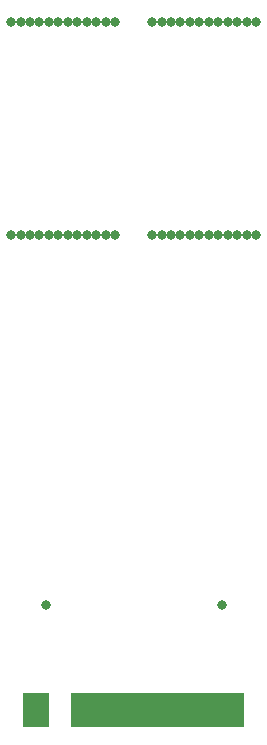
<source format=gbr>
G04 #@! TF.FileFunction,Soldermask,Bot*
%FSLAX46Y46*%
G04 Gerber Fmt 4.6, Leading zero omitted, Abs format (unit mm)*
G04 Created by KiCad (PCBNEW 4.0.7) date 05/24/18 10:42:32*
%MOMM*%
%LPD*%
G01*
G04 APERTURE LIST*
%ADD10C,0.100000*%
%ADD11C,0.800000*%
%ADD12R,0.750000X2.900000*%
%ADD13C,0.820000*%
G04 APERTURE END LIST*
D10*
D11*
X148500000Y-50110000D03*
X149300000Y-50110000D03*
X150100000Y-50110000D03*
X150900000Y-50110000D03*
X151700000Y-50110000D03*
X152500000Y-50110000D03*
X153300000Y-50110000D03*
X154100000Y-50110000D03*
X154900000Y-50110000D03*
X155700000Y-50110000D03*
X156500000Y-50110000D03*
X157300000Y-50110000D03*
X160440000Y-50110000D03*
X161240000Y-50110000D03*
X162040000Y-50110000D03*
X162840000Y-50110000D03*
X163640000Y-50110000D03*
X164440000Y-50110000D03*
X165240000Y-50110000D03*
X166040000Y-50110000D03*
X166840000Y-50110000D03*
X167640000Y-50110000D03*
X168440000Y-50110000D03*
X169240000Y-50110000D03*
X160440000Y-68110000D03*
X161240000Y-68110000D03*
X162040000Y-68110000D03*
X162840000Y-68110000D03*
X163640000Y-68110000D03*
X164440000Y-68110000D03*
X165240000Y-68110000D03*
X166040000Y-68110000D03*
X166840000Y-68110000D03*
X167640000Y-68110000D03*
X168440000Y-68110000D03*
X169240000Y-68110000D03*
X148500000Y-68110000D03*
X149300000Y-68110000D03*
X150100000Y-68110000D03*
X150900000Y-68110000D03*
X151700000Y-68110000D03*
X152500000Y-68110000D03*
X153300000Y-68110000D03*
X154100000Y-68110000D03*
X154900000Y-68110000D03*
X155700000Y-68110000D03*
X156500000Y-68110000D03*
X157300000Y-68110000D03*
D12*
X167880000Y-108360000D03*
X167380000Y-108360000D03*
X166880000Y-108360000D03*
X166380000Y-108360000D03*
X165880000Y-108360000D03*
X163380000Y-108360000D03*
X162880000Y-108360000D03*
X162380000Y-108360000D03*
X161880000Y-108360000D03*
X161380000Y-108360000D03*
X160880000Y-108360000D03*
X160380000Y-108360000D03*
X159880000Y-108360000D03*
X159380000Y-108360000D03*
X158880000Y-108360000D03*
X158380000Y-108360000D03*
X157880000Y-108360000D03*
X157380000Y-108360000D03*
X156880000Y-108360000D03*
X156380000Y-108360000D03*
X155880000Y-108360000D03*
X155380000Y-108360000D03*
X154880000Y-108360000D03*
X154380000Y-108360000D03*
X153880000Y-108360000D03*
X151380000Y-108360000D03*
X150880000Y-108360000D03*
X150380000Y-108360000D03*
X149880000Y-108360000D03*
X165380000Y-108360000D03*
X164880000Y-108360000D03*
X164380000Y-108360000D03*
X163880000Y-108360000D03*
D13*
X151440000Y-99480000D03*
X166340000Y-99480000D03*
M02*

</source>
